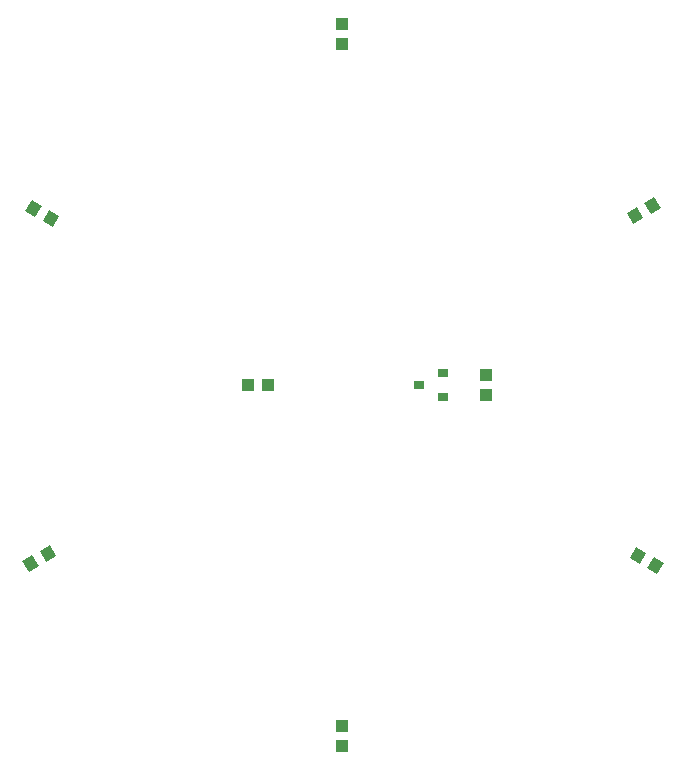
<source format=gbr>
G04 EAGLE Gerber RS-274X export*
G75*
%MOMM*%
%FSLAX34Y34*%
%LPD*%
%INSolderpaste Top*%
%IPPOS*%
%AMOC8*
5,1,8,0,0,1.08239X$1,22.5*%
G01*
%ADD10R,1.000000X1.100000*%
%ADD11R,1.100000X1.000000*%
%ADD12R,0.900000X0.800000*%


D10*
X437760Y500000D03*
X420760Y500000D03*
D11*
X622300Y508500D03*
X622300Y491500D03*
X500380Y211700D03*
X500380Y194700D03*
D10*
G36*
X244121Y359573D02*
X252781Y364573D01*
X258281Y355047D01*
X249621Y350047D01*
X244121Y359573D01*
G37*
G36*
X229399Y351073D02*
X238059Y356073D01*
X243559Y346547D01*
X234899Y341547D01*
X229399Y351073D01*
G37*
G36*
X252161Y648173D02*
X260821Y643173D01*
X255321Y633647D01*
X246661Y638647D01*
X252161Y648173D01*
G37*
G36*
X237439Y656673D02*
X246099Y651673D01*
X240599Y642147D01*
X231939Y647147D01*
X237439Y656673D01*
G37*
D11*
X500380Y789060D03*
X500380Y806060D03*
D10*
G36*
X755369Y641187D02*
X746709Y636187D01*
X741209Y645713D01*
X749869Y650713D01*
X755369Y641187D01*
G37*
G36*
X770091Y649687D02*
X761431Y644687D01*
X755931Y654213D01*
X764591Y659213D01*
X770091Y649687D01*
G37*
G36*
X752409Y348777D02*
X743749Y353777D01*
X749249Y363303D01*
X757909Y358303D01*
X752409Y348777D01*
G37*
G36*
X767131Y340277D02*
X758471Y345277D01*
X763971Y354803D01*
X772631Y349803D01*
X767131Y340277D01*
G37*
D12*
X585310Y510000D03*
X585310Y490000D03*
X565310Y500000D03*
M02*

</source>
